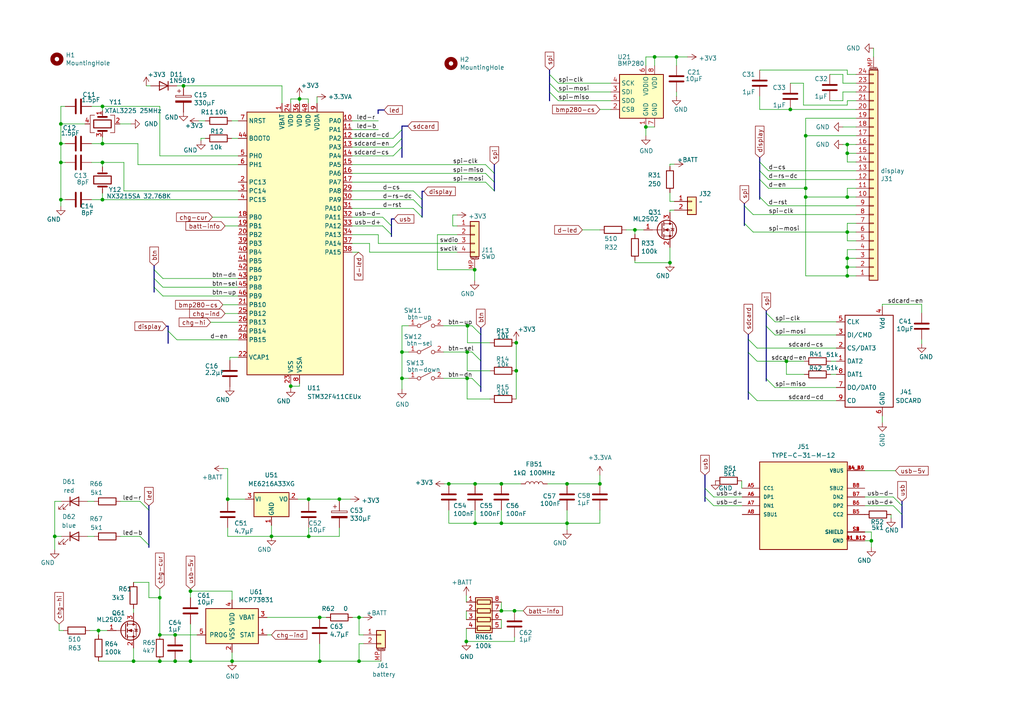
<source format=kicad_sch>
(kicad_sch (version 20230121) (generator eeschema)
  (paper "A4")
  (junction (at 252.73 156.845))
  (junction (at 50.8 184.15))
  (junction (at 46.355 184.15))
  (junction (at 89.535 144.78))
  (junction (at 245.745 44.45))
  (junction (at 98.425 144.78))
  (junction (at 187.325 36.83))
  (junction (at 145.415 140.335))
  (junction (at 53.213 24.892))
  (junction (at 29.718 57.912))
  (junction (at 135.5852 94.488))
  (junction (at 15.875 155.575))
  (junction (at 229.235 31.75))
  (junction (at 137.795 151.765))
  (junction (at 104.14 191.77))
  (junction (at 55.245 171.45))
  (junction (at 149.733 99.4156))
  (junction (at 137.668 78.232))
  (junction (at 17.653 41.656))
  (junction (at 84.328 112.014))
  (junction (at 130.175 140.335))
  (junction (at 135.4836 109.728))
  (junction (at 245.745 74.93))
  (junction (at 173.99 140.335))
  (junction (at 137.795 140.335))
  (junction (at 38.735 191.77))
  (junction (at 86.868 28.702))
  (junction (at 104.14 179.07))
  (junction (at 17.653 57.912))
  (junction (at 245.745 57.15))
  (junction (at 29.718 47.117))
  (junction (at 233.68 39.37))
  (junction (at 196.215 16.51))
  (junction (at 66.04 144.78))
  (junction (at 194.31 76.2))
  (junction (at 228.092 104.775))
  (junction (at 245.745 77.47))
  (junction (at 149.733 107.5436))
  (junction (at 245.745 67.31))
  (junction (at 135.255 186.055))
  (junction (at 92.71 191.77))
  (junction (at 245.745 80.01))
  (junction (at 149.225 177.165))
  (junction (at 46.355 173.355))
  (junction (at 17.653 35.941))
  (junction (at 164.465 151.765))
  (junction (at 78.74 155.575))
  (junction (at 145.415 177.165))
  (junction (at 29.718 41.656))
  (junction (at 116.586 109.728))
  (junction (at 245.745 41.91))
  (junction (at 116.586 102.108))
  (junction (at 145.415 151.765))
  (junction (at 233.68 57.15))
  (junction (at 55.245 191.77))
  (junction (at 92.71 179.07))
  (junction (at 29.718 30.861))
  (junction (at 67.31 191.77))
  (junction (at 46.355 191.77))
  (junction (at 189.865 16.51))
  (junction (at 50.8 191.77))
  (junction (at 164.465 140.335))
  (junction (at 89.535 155.575))
  (junction (at 184.15 66.675))
  (junction (at 28.575 182.88))
  (junction (at 233.68 54.61))
  (junction (at 135.509 102.108))
  (junction (at 17.653 47.117))
  (bus_entry (at 222.25 109.855) (size 2.54 2.54))
  (bus_entry (at 136.906 102.108) (size 2.54 2.54))
  (bus_entry (at 220.345 46.99) (size 2.54 2.54))
  (bus_entry (at 40.64 145.415) (size 2.54 2.54))
  (bus_entry (at 116.586 37.592) (size -2.54 2.54))
  (bus_entry (at 217.043 102.235) (size 2.54 2.54))
  (bus_entry (at 159.385 26.67) (size 2.54 2.54))
  (bus_entry (at 222.25 94.615) (size 2.54 2.54))
  (bus_entry (at 116.586 40.132) (size -2.54 2.54))
  (bus_entry (at 44.704 78.232) (size 2.54 2.54))
  (bus_entry (at 159.385 21.59) (size 2.54 2.54))
  (bus_entry (at 222.25 90.805) (size 2.54 2.54))
  (bus_entry (at 119.888 57.912) (size 2.54 2.54))
  (bus_entry (at 220.345 49.53) (size 2.54 2.54))
  (bus_entry (at 110.998 62.992) (size 2.54 2.54))
  (bus_entry (at 215.9 59.69) (size 2.54 2.54))
  (bus_entry (at 40.64 155.575) (size 2.54 2.54))
  (bus_entry (at 140.843 50.292) (size 2.54 2.54))
  (bus_entry (at 204.47 144.145) (size 2.54 2.54))
  (bus_entry (at 136.906 94.488) (size 2.54 2.54))
  (bus_entry (at 44.704 83.312) (size 2.54 2.54))
  (bus_entry (at 204.47 141.605) (size 2.54 2.54))
  (bus_entry (at 48.768 96.012) (size 2.54 2.54))
  (bus_entry (at 110.998 65.532) (size 2.54 2.54))
  (bus_entry (at 140.843 47.752) (size 2.54 2.54))
  (bus_entry (at 217.043 113.665) (size 2.54 2.54))
  (bus_entry (at 220.345 57.15) (size 2.54 2.54))
  (bus_entry (at 217.043 98.425) (size 2.54 2.54))
  (bus_entry (at 215.9 64.77) (size 2.54 2.54))
  (bus_entry (at 116.586 42.672) (size -2.54 2.54))
  (bus_entry (at 119.888 55.372) (size 2.54 2.54))
  (bus_entry (at 159.385 24.13) (size 2.54 2.54))
  (bus_entry (at 259.08 146.685) (size 2.54 2.54))
  (bus_entry (at 259.08 144.145) (size 2.54 2.54))
  (bus_entry (at 44.704 80.772) (size 2.54 2.54))
  (bus_entry (at 220.345 52.07) (size 2.54 2.54))
  (bus_entry (at 140.843 52.832) (size 2.54 2.54))
  (bus_entry (at 136.906 109.728) (size 2.54 2.54))
  (bus_entry (at 119.888 60.452) (size 2.54 2.54))
  (wire (pts (xy 26.543 30.861) (xy 29.718 30.861)))
  (wire (pts (xy 34.925 155.575) (xy 40.64 155.575)))
  (wire (pts (xy 102.108 57.912) (xy 119.888 57.912)))
  (wire (pts (xy 245.745 74.93) (xy 248.285 74.93)))
  (wire (pts (xy 86.868 28.702) (xy 89.408 28.702)))
  (wire (pts (xy 135.255 177.165) (xy 135.255 179.705)))
  (bus (pts (xy 109.6772 31.9024) (xy 111.4044 31.9024)))
  (wire (pts (xy 29.718 47.117) (xy 35.941 47.117)))
  (wire (pts (xy 17.653 47.117) (xy 18.923 47.117)))
  (wire (pts (xy 29.718 56.007) (xy 29.718 57.912)))
  (bus (pts (xy 159.385 20.32) (xy 159.385 21.59)))
  (wire (pts (xy 244.475 41.91) (xy 245.745 41.91)))
  (wire (pts (xy 194.31 55.88) (xy 194.31 58.42)))
  (wire (pts (xy 29.718 30.861) (xy 46.355 30.861)))
  (wire (pts (xy 253.365 13.97) (xy 253.365 16.51)))
  (wire (pts (xy 84.328 28.702) (xy 84.328 29.972)))
  (wire (pts (xy 65.278 90.932) (xy 69.088 90.932)))
  (wire (pts (xy 104.14 191.77) (xy 104.14 186.69)))
  (wire (pts (xy 46.355 45.212) (xy 69.088 45.212)))
  (wire (pts (xy 66.675 104.521) (xy 66.675 103.632)))
  (wire (pts (xy 189.865 19.05) (xy 189.865 16.51)))
  (wire (pts (xy 67.183 40.132) (xy 69.088 40.132)))
  (wire (pts (xy 28.575 191.77) (xy 38.735 191.77)))
  (wire (pts (xy 173.99 137.795) (xy 173.99 140.335)))
  (wire (pts (xy 135.5852 94.488) (xy 136.906 94.488)))
  (wire (pts (xy 64.643 88.392) (xy 69.088 88.392)))
  (bus (pts (xy 143.383 52.832) (xy 143.383 55.372)))
  (wire (pts (xy 145.415 177.165) (xy 149.225 177.165)))
  (bus (pts (xy 122.428 62.992) (xy 122.428 60.452)))
  (wire (pts (xy 116.586 94.488) (xy 116.586 102.108)))
  (wire (pts (xy 142.113 107.5436) (xy 135.509 107.5436)))
  (wire (pts (xy 195.58 60.96) (xy 194.31 60.96)))
  (wire (pts (xy 233.68 39.37) (xy 248.285 39.37)))
  (wire (pts (xy 248.285 31.75) (xy 229.235 31.75)))
  (wire (pts (xy 66.04 155.575) (xy 78.74 155.575)))
  (wire (pts (xy 17.653 57.912) (xy 18.923 57.912)))
  (wire (pts (xy 15.875 145.415) (xy 17.78 145.415)))
  (wire (pts (xy 102.108 70.612) (xy 107.188 70.612)))
  (wire (pts (xy 220.345 20.32) (xy 245.745 20.32)))
  (wire (pts (xy 92.71 191.77) (xy 104.14 191.77)))
  (wire (pts (xy 196.215 16.51) (xy 199.39 16.51)))
  (wire (pts (xy 102.108 68.072) (xy 109.728 68.072)))
  (bus (pts (xy 220.345 52.07) (xy 220.345 57.15)))
  (wire (pts (xy 77.47 184.15) (xy 78.74 184.15)))
  (wire (pts (xy 35.941 55.372) (xy 69.088 55.372)))
  (bus (pts (xy 222.25 109.855) (xy 222.25 110.49)))
  (wire (pts (xy 46.355 184.15) (xy 50.8 184.15)))
  (bus (pts (xy 159.385 24.13) (xy 159.385 26.67)))
  (wire (pts (xy 164.465 147.955) (xy 164.465 151.765)))
  (wire (pts (xy 109.728 68.072) (xy 109.728 70.612)))
  (wire (pts (xy 158.75 140.335) (xy 164.465 140.335)))
  (wire (pts (xy 245.745 54.61) (xy 245.745 57.15)))
  (wire (pts (xy 29.718 39.751) (xy 29.718 41.656)))
  (wire (pts (xy 240.919 108.585) (xy 242.57 108.585)))
  (wire (pts (xy 219.583 104.775) (xy 228.092 104.775)))
  (wire (pts (xy 102.108 42.672) (xy 114.046 42.672)))
  (bus (pts (xy 222.25 90.805) (xy 222.25 94.615)))
  (wire (pts (xy 102.108 50.292) (xy 140.843 50.292)))
  (wire (pts (xy 250.825 136.525) (xy 259.715 136.525)))
  (wire (pts (xy 149.733 99.4156) (xy 149.733 107.5436)))
  (wire (pts (xy 25.4 145.415) (xy 27.305 145.415)))
  (wire (pts (xy 219.583 116.205) (xy 242.57 116.205)))
  (bus (pts (xy 204.47 144.145) (xy 204.47 145.415)))
  (wire (pts (xy 15.875 155.575) (xy 17.78 155.575)))
  (wire (pts (xy 215.138 141.605) (xy 215.265 141.605)))
  (wire (pts (xy 53.213 24.892) (xy 81.788 24.892)))
  (wire (pts (xy 245.745 44.45) (xy 245.745 46.99)))
  (wire (pts (xy 149.225 186.055) (xy 149.225 184.785)))
  (wire (pts (xy 145.415 140.335) (xy 151.13 140.335)))
  (wire (pts (xy 245.745 20.32) (xy 245.745 21.59)))
  (wire (pts (xy 107.188 70.612) (xy 107.188 73.152)))
  (wire (pts (xy 240.665 21.59) (xy 244.475 21.59)))
  (bus (pts (xy 44.704 83.312) (xy 44.704 84.709)))
  (wire (pts (xy 17.653 35.941) (xy 17.653 41.656)))
  (wire (pts (xy 92.71 186.69) (xy 92.71 191.77)))
  (wire (pts (xy 250.825 144.145) (xy 259.08 144.145)))
  (wire (pts (xy 126.873 68.072) (xy 132.588 68.072)))
  (wire (pts (xy 84.328 111.252) (xy 84.328 112.014)))
  (wire (pts (xy 102.108 62.992) (xy 110.998 62.992)))
  (bus (pts (xy 217.043 113.665) (xy 217.043 115.824)))
  (wire (pts (xy 248.285 49.53) (xy 222.885 49.53)))
  (wire (pts (xy 248.285 44.45) (xy 245.745 44.45)))
  (bus (pts (xy 48.768 96.012) (xy 48.768 94.615)))
  (wire (pts (xy 131.318 62.357) (xy 131.318 65.532)))
  (wire (pts (xy 240.665 29.21) (xy 244.475 29.21)))
  (wire (pts (xy 187.325 19.05) (xy 187.325 16.51)))
  (wire (pts (xy 58.293 40.132) (xy 58.293 40.767)))
  (wire (pts (xy 26.035 182.88) (xy 28.575 182.88)))
  (wire (pts (xy 233.68 80.01) (xy 245.745 80.01)))
  (bus (pts (xy 122.428 60.452) (xy 122.428 57.912)))
  (wire (pts (xy 69.088 47.752) (xy 40.005 47.752)))
  (wire (pts (xy 145.415 147.955) (xy 145.415 151.765)))
  (wire (pts (xy 84.328 112.014) (xy 86.868 112.014)))
  (wire (pts (xy 248.285 59.69) (xy 222.885 59.69)))
  (wire (pts (xy 245.745 21.59) (xy 248.285 21.59)))
  (bus (pts (xy 217.043 98.425) (xy 217.043 102.235)))
  (wire (pts (xy 173.99 147.955) (xy 173.99 151.765)))
  (wire (pts (xy 135.255 182.245) (xy 135.255 186.055)))
  (bus (pts (xy 220.345 45.72) (xy 220.345 46.99)))
  (wire (pts (xy 245.745 67.31) (xy 245.745 64.77)))
  (wire (pts (xy 89.408 28.702) (xy 89.408 29.972)))
  (wire (pts (xy 104.14 179.07) (xy 105.41 179.07)))
  (wire (pts (xy 245.745 46.99) (xy 248.285 46.99)))
  (wire (pts (xy 137.795 147.955) (xy 137.795 151.765)))
  (wire (pts (xy 130.175 140.335) (xy 137.795 140.335)))
  (wire (pts (xy 194.31 47.625) (xy 195.58 47.625)))
  (wire (pts (xy 184.15 66.675) (xy 184.15 67.945)))
  (bus (pts (xy 217.043 102.235) (xy 217.043 113.665)))
  (wire (pts (xy 224.79 112.395) (xy 242.57 112.395)))
  (wire (pts (xy 161.925 26.67) (xy 177.165 26.67)))
  (wire (pts (xy 102.108 60.452) (xy 119.888 60.452)))
  (bus (pts (xy 204.47 137.795) (xy 204.47 141.605)))
  (bus (pts (xy 143.383 47.752) (xy 143.383 50.292)))
  (wire (pts (xy 196.215 16.51) (xy 196.215 19.05)))
  (wire (pts (xy 218.44 67.31) (xy 245.745 67.31)))
  (wire (pts (xy 189.865 16.51) (xy 196.215 16.51)))
  (wire (pts (xy 77.47 179.07) (xy 92.71 179.07)))
  (wire (pts (xy 17.653 30.861) (xy 17.653 35.941)))
  (bus (pts (xy 48.768 94.615) (xy 48.26 94.615)))
  (wire (pts (xy 47.244 83.312) (xy 69.088 83.312)))
  (wire (pts (xy 137.795 140.335) (xy 145.415 140.335)))
  (wire (pts (xy 135.509 102.108) (xy 136.906 102.108)))
  (wire (pts (xy 222.885 52.07) (xy 248.285 52.07)))
  (wire (pts (xy 228.092 108.585) (xy 228.092 104.775)))
  (wire (pts (xy 189.865 36.83) (xy 187.325 36.83)))
  (wire (pts (xy 161.925 29.21) (xy 177.165 29.21)))
  (bus (pts (xy 261.62 146.685) (xy 261.62 149.225)))
  (wire (pts (xy 194.31 60.96) (xy 194.31 61.595)))
  (wire (pts (xy 233.045 24.13) (xy 233.045 30.48)))
  (wire (pts (xy 17.653 41.656) (xy 17.653 47.117)))
  (wire (pts (xy 15.875 155.575) (xy 15.875 145.415)))
  (bus (pts (xy 116.586 36.576) (xy 116.586 37.592)))
  (wire (pts (xy 89.535 144.78) (xy 98.425 144.78)))
  (bus (pts (xy 116.586 40.132) (xy 116.586 42.672)))
  (wire (pts (xy 233.68 34.29) (xy 248.285 34.29)))
  (wire (pts (xy 86.868 28.067) (xy 86.868 28.702)))
  (wire (pts (xy 142.113 115.7224) (xy 135.4836 115.7224)))
  (wire (pts (xy 233.68 34.29) (xy 233.68 39.37)))
  (wire (pts (xy 116.586 109.728) (xy 116.586 112.903)))
  (wire (pts (xy 161.925 24.13) (xy 177.165 24.13)))
  (wire (pts (xy 42.418 24.892) (xy 43.688 24.892)))
  (wire (pts (xy 38.735 168.91) (xy 43.18 168.91)))
  (wire (pts (xy 34.798 35.941) (xy 37.973 35.941)))
  (wire (pts (xy 130.175 147.955) (xy 130.175 151.765)))
  (wire (pts (xy 184.15 76.2) (xy 184.15 75.565)))
  (bus (pts (xy 122.428 57.912) (xy 122.428 55.499)))
  (wire (pts (xy 67.31 191.77) (xy 67.31 189.23)))
  (wire (pts (xy 245.745 72.39) (xy 248.285 72.39)))
  (wire (pts (xy 66.04 144.78) (xy 71.12 144.78)))
  (wire (pts (xy 26.543 47.117) (xy 29.718 47.117)))
  (wire (pts (xy 107.188 73.152) (xy 132.588 73.152)))
  (wire (pts (xy 55.245 171.45) (xy 55.245 173.355)))
  (bus (pts (xy 143.383 50.292) (xy 143.383 52.832)))
  (wire (pts (xy 102.108 55.372) (xy 119.888 55.372)))
  (bus (pts (xy 113.538 68.072) (xy 113.538 65.532)))
  (wire (pts (xy 29.718 41.656) (xy 26.543 41.656)))
  (wire (pts (xy 149.733 98.7806) (xy 149.733 99.4156)))
  (wire (pts (xy 61.595 62.992) (xy 69.088 62.992)))
  (bus (pts (xy 159.385 21.59) (xy 159.385 24.13)))
  (wire (pts (xy 29.718 57.912) (xy 26.543 57.912)))
  (bus (pts (xy 44.704 80.772) (xy 44.704 83.312)))
  (wire (pts (xy 86.868 112.014) (xy 86.868 111.252)))
  (wire (pts (xy 104.14 186.69) (xy 105.41 186.69)))
  (wire (pts (xy 102.108 47.752) (xy 140.843 47.752)))
  (wire (pts (xy 89.535 144.78) (xy 89.535 145.415)))
  (bus (pts (xy 116.586 36.576) (xy 118.3132 36.576)))
  (wire (pts (xy 233.045 30.48) (xy 245.745 30.48)))
  (wire (pts (xy 194.31 47.625) (xy 194.31 48.26)))
  (wire (pts (xy 55.245 180.975) (xy 55.245 191.77)))
  (wire (pts (xy 207.01 144.145) (xy 215.265 144.145)))
  (wire (pts (xy 137.668 78.232) (xy 137.668 81.407)))
  (bus (pts (xy 139.446 95.123) (xy 139.446 97.028)))
  (wire (pts (xy 84.328 28.702) (xy 86.868 28.702)))
  (wire (pts (xy 116.586 102.108) (xy 118.491 102.108)))
  (wire (pts (xy 196.215 26.67) (xy 196.215 27.94)))
  (wire (pts (xy 194.31 76.2) (xy 184.15 76.2)))
  (wire (pts (xy 92.71 191.77) (xy 67.31 191.77)))
  (wire (pts (xy 244.475 26.67) (xy 248.285 26.67)))
  (wire (pts (xy 78.74 152.4) (xy 78.74 155.575)))
  (wire (pts (xy 46.355 170.815) (xy 46.355 173.355)))
  (wire (pts (xy 86.868 28.702) (xy 86.868 29.972)))
  (wire (pts (xy 51.308 24.892) (xy 53.213 24.892)))
  (bus (pts (xy 116.586 37.592) (xy 116.586 40.132)))
  (wire (pts (xy 105.41 184.15) (xy 104.14 184.15)))
  (wire (pts (xy 255.905 120.65) (xy 255.905 122.555)))
  (wire (pts (xy 78.74 155.575) (xy 89.535 155.575)))
  (bus (pts (xy 220.345 57.15) (xy 220.345 57.785)))
  (wire (pts (xy 38.735 187.96) (xy 38.735 191.77)))
  (wire (pts (xy 38.735 176.53) (xy 38.735 177.8)))
  (wire (pts (xy 228.092 104.775) (xy 233.299 104.775)))
  (wire (pts (xy 102.108 40.132) (xy 114.046 40.132)))
  (bus (pts (xy 116.586 42.672) (xy 116.586 45.6438)))
  (wire (pts (xy 135.255 172.72) (xy 135.255 174.625)))
  (wire (pts (xy 51.308 98.552) (xy 69.088 98.552)))
  (wire (pts (xy 255.905 88.9) (xy 255.905 88.265)))
  (bus (pts (xy 139.446 97.028) (xy 139.446 104.648)))
  (wire (pts (xy 173.99 31.75) (xy 177.165 31.75)))
  (wire (pts (xy 47.244 80.772) (xy 69.088 80.772)))
  (wire (pts (xy 102.108 37.592) (xy 109.728 37.592)))
  (wire (pts (xy 35.941 47.117) (xy 35.941 55.372)))
  (bus (pts (xy 122.428 55.499) (xy 122.936 55.499)))
  (wire (pts (xy 267.335 90.805) (xy 267.335 88.265)))
  (wire (pts (xy 18.923 30.861) (xy 17.653 30.861)))
  (wire (pts (xy 81.788 24.892) (xy 81.788 29.972)))
  (wire (pts (xy 187.325 16.51) (xy 189.865 16.51)))
  (wire (pts (xy 245.745 29.21) (xy 248.285 29.21)))
  (wire (pts (xy 245.745 41.91) (xy 245.745 44.45)))
  (wire (pts (xy 43.18 173.355) (xy 46.355 173.355)))
  (wire (pts (xy 126.873 68.072) (xy 126.873 78.232)))
  (wire (pts (xy 25.4 155.575) (xy 27.305 155.575)))
  (wire (pts (xy 145.415 151.765) (xy 164.465 151.765)))
  (wire (pts (xy 66.04 153.035) (xy 66.04 155.575)))
  (bus (pts (xy 113.538 68.58) (xy 113.538 68.072)))
  (wire (pts (xy 245.745 54.61) (xy 248.285 54.61)))
  (bus (pts (xy 43.18 147.955) (xy 43.18 158.115)))
  (wire (pts (xy 245.745 72.39) (xy 245.745 74.93)))
  (wire (pts (xy 102.108 73.152) (xy 104.013 73.152)))
  (bus (pts (xy 215.9 64.77) (xy 215.9 65.405)))
  (bus (pts (xy 220.345 49.53) (xy 220.345 52.07)))
  (wire (pts (xy 89.535 155.575) (xy 89.535 153.035)))
  (wire (pts (xy 104.14 184.15) (xy 104.14 179.07)))
  (wire (pts (xy 252.73 156.845) (xy 252.73 158.75)))
  (wire (pts (xy 248.285 69.85) (xy 245.745 69.85)))
  (wire (pts (xy 222.885 54.61) (xy 233.68 54.61)))
  (wire (pts (xy 187.325 39.37) (xy 187.325 36.83)))
  (wire (pts (xy 59.563 40.132) (xy 58.293 40.132)))
  (wire (pts (xy 29.718 47.117) (xy 29.718 48.387)))
  (wire (pts (xy 245.745 77.47) (xy 245.745 80.01)))
  (wire (pts (xy 109.728 70.612) (xy 132.588 70.612)))
  (wire (pts (xy 252.73 154.305) (xy 252.73 156.845)))
  (wire (pts (xy 116.586 109.728) (xy 118.491 109.728)))
  (bus (pts (xy 204.47 141.605) (xy 204.47 144.145)))
  (bus (pts (xy 220.345 46.99) (xy 220.345 49.53)))
  (wire (pts (xy 164.465 151.765) (xy 164.465 153.67)))
  (bus (pts (xy 217.043 97.028) (xy 217.043 98.425)))
  (wire (pts (xy 17.653 59.817) (xy 17.653 57.912)))
  (wire (pts (xy 17.653 35.941) (xy 24.638 35.941)))
  (wire (pts (xy 224.79 93.345) (xy 242.57 93.345)))
  (bus (pts (xy 139.446 104.648) (xy 139.446 112.268)))
  (wire (pts (xy 164.465 151.765) (xy 173.99 151.765)))
  (wire (pts (xy 233.68 57.15) (xy 245.745 57.15)))
  (bus (pts (xy 261.62 149.225) (xy 261.62 153.035)))
  (wire (pts (xy 244.475 29.21) (xy 244.475 26.67)))
  (wire (pts (xy 92.71 179.07) (xy 94.615 179.07)))
  (bus (pts (xy 113.538 63.5) (xy 114.3 63.5)))
  (wire (pts (xy 220.345 31.75) (xy 220.345 27.94)))
  (wire (pts (xy 17.145 182.88) (xy 17.145 180.975)))
  (wire (pts (xy 145.415 174.625) (xy 145.415 177.165)))
  (wire (pts (xy 50.8 184.15) (xy 57.15 184.15)))
  (wire (pts (xy 245.745 64.77) (xy 248.285 64.77)))
  (wire (pts (xy 128.905 140.335) (xy 130.175 140.335)))
  (wire (pts (xy 46.355 191.77) (xy 50.8 191.77)))
  (wire (pts (xy 258.445 149.225) (xy 258.445 150.241)))
  (wire (pts (xy 245.745 30.48) (xy 245.745 29.21)))
  (wire (pts (xy 233.299 108.585) (xy 228.092 108.585)))
  (bus (pts (xy 261.62 145.415) (xy 261.62 146.685)))
  (bus (pts (xy 43.18 146.685) (xy 43.18 147.955)))
  (wire (pts (xy 132.588 62.357) (xy 131.318 62.357)))
  (wire (pts (xy 244.475 21.59) (xy 244.475 24.13)))
  (wire (pts (xy 224.79 97.155) (xy 242.57 97.155)))
  (wire (pts (xy 245.745 57.15) (xy 248.285 57.15)))
  (wire (pts (xy 181.61 66.675) (xy 184.15 66.675)))
  (wire (pts (xy 135.255 186.055) (xy 149.225 186.055)))
  (wire (pts (xy 248.285 67.31) (xy 245.745 67.31)))
  (wire (pts (xy 149.225 177.165) (xy 151.765 177.165)))
  (wire (pts (xy 28.575 182.88) (xy 31.115 182.88)))
  (wire (pts (xy 18.415 182.88) (xy 17.145 182.88)))
  (wire (pts (xy 137.795 151.765) (xy 145.415 151.765)))
  (wire (pts (xy 219.583 100.965) (xy 242.57 100.965)))
  (bus (pts (xy 139.446 112.268) (xy 139.446 113.538)))
  (wire (pts (xy 135.5852 99.4156) (xy 135.5852 94.488)))
  (wire (pts (xy 128.651 102.108) (xy 135.509 102.108)))
  (bus (pts (xy 222.25 94.615) (xy 222.25 109.855)))
  (wire (pts (xy 164.465 140.335) (xy 173.99 140.335)))
  (wire (pts (xy 86.36 144.78) (xy 89.535 144.78)))
  (wire (pts (xy 98.425 144.78) (xy 101.6 144.78)))
  (wire (pts (xy 55.245 191.77) (xy 67.31 191.77)))
  (wire (pts (xy 194.31 58.42) (xy 195.58 58.42)))
  (wire (pts (xy 29.718 30.861) (xy 29.718 32.131)))
  (wire (pts (xy 98.425 144.78) (xy 98.425 145.415)))
  (wire (pts (xy 89.535 155.575) (xy 98.425 155.575)))
  (wire (pts (xy 102.235 179.07) (xy 104.14 179.07)))
  (wire (pts (xy 250.825 154.305) (xy 252.73 154.305)))
  (wire (pts (xy 17.653 41.656) (xy 18.923 41.656)))
  (wire (pts (xy 245.745 69.85) (xy 245.745 67.31)))
  (wire (pts (xy 248.285 77.47) (xy 245.745 77.47)))
  (wire (pts (xy 245.745 80.01) (xy 248.285 80.01)))
  (wire (pts (xy 131.318 65.532) (xy 132.588 65.532)))
  (wire (pts (xy 229.235 24.13) (xy 233.045 24.13)))
  (wire (pts (xy 135.4836 109.728) (xy 136.906 109.728)))
  (wire (pts (xy 184.15 66.675) (xy 186.69 66.675)))
  (wire (pts (xy 168.91 66.675) (xy 173.99 66.675)))
  (wire (pts (xy 55.245 171.45) (xy 67.31 171.45)))
  (bus (pts (xy 44.704 77.089) (xy 44.704 78.232)))
  (wire (pts (xy 118.491 94.488) (xy 116.586 94.488)))
  (wire (pts (xy 17.653 57.912) (xy 17.653 47.117)))
  (wire (pts (xy 55.245 170.815) (xy 55.245 171.45)))
  (wire (pts (xy 245.745 41.91) (xy 248.285 41.91)))
  (wire (pts (xy 250.825 156.845) (xy 252.73 156.845)))
  (wire (pts (xy 64.77 135.89) (xy 66.04 135.89)))
  (wire (pts (xy 135.4836 115.7224) (xy 135.4836 109.728)))
  (wire (pts (xy 207.01 146.685) (xy 215.265 146.685)))
  (wire (pts (xy 84.328 112.014) (xy 84.328 112.522)))
  (bus (pts (xy 222.25 90.17) (xy 222.25 90.805)))
  (bus (pts (xy 44.704 78.232) (xy 44.704 80.772)))
  (wire (pts (xy 255.905 88.265) (xy 267.335 88.265)))
  (bus (pts (xy 215.9 59.69) (xy 215.9 64.77)))
  (wire (pts (xy 28.575 182.88) (xy 28.575 184.15)))
  (wire (pts (xy 66.04 144.78) (xy 66.04 145.415)))
  (wire (pts (xy 40.005 47.752) (xy 40.005 41.656)))
  (wire (pts (xy 128.651 109.728) (xy 135.4836 109.728)))
  (wire (pts (xy 104.14 191.77) (xy 110.49 191.77)))
  (wire (pts (xy 135.509 102.108) (xy 135.509 107.5436)))
  (wire (pts (xy 102.108 52.832) (xy 140.843 52.832)))
  (wire (pts (xy 267.335 98.425) (xy 267.335 99.695)))
  (wire (pts (xy 46.355 173.355) (xy 46.355 184.15)))
  (bus (pts (xy 215.9 59.055) (xy 215.9 59.69)))
  (wire (pts (xy 244.475 24.13) (xy 248.285 24.13)))
  (wire (pts (xy 233.68 39.37) (xy 233.68 54.61)))
  (wire (pts (xy 130.175 151.765) (xy 137.795 151.765)))
  (wire (pts (xy 194.31 71.755) (xy 194.31 76.2)))
  (wire (pts (xy 40.005 41.656) (xy 29.718 41.656)))
  (wire (pts (xy 128.651 94.488) (xy 135.5852 94.488)))
  (wire (pts (xy 102.108 35.052) (xy 109.728 35.052)))
  (wire (pts (xy 38.735 191.77) (xy 46.355 191.77)))
  (wire (pts (xy 229.235 31.75) (xy 220.345 31.75)))
  (wire (pts (xy 29.718 57.912) (xy 69.088 57.912)))
  (wire (pts (xy 91.948 28.067) (xy 91.948 29.972)))
  (wire (pts (xy 66.04 135.89) (xy 66.04 144.78)))
  (wire (pts (xy 34.925 145.415) (xy 40.64 145.415)))
  (wire (pts (xy 15.875 159.385) (xy 15.875 155.575)))
  (wire (pts (xy 116.586 102.108) (xy 116.586 109.728)))
  (bus (pts (xy 43.18 158.115) (xy 43.18 158.75)))
  (wire (pts (xy 43.18 168.91) (xy 43.18 173.355)))
  (wire (pts (xy 61.087 93.472) (xy 69.088 93.472)))
  (wire (pts (xy 57.658 35.052) (xy 59.563 35.052)))
  (wire (pts (xy 149.733 107.5436) (xy 149.733 115.7224)))
  (wire (pts (xy 66.675 103.632) (xy 69.088 103.632)))
  (wire (pts (xy 218.44 62.23) (xy 248.285 62.23)))
  (wire (pts (xy 102.108 45.212) (xy 114.046 45.212)))
  (wire (pts (xy 244.475 36.83) (xy 248.285 36.83)))
  (wire (pts (xy 67.31 171.45) (xy 67.31 173.99)))
  (wire (pts (xy 233.68 57.15) (xy 233.68 80.01)))
  (bus (pts (xy 109.6772 31.9024) (xy 109.6772 32.9184)))
  (bus (pts (xy 159.385 26.67) (xy 159.385 29.21)))
  (wire (pts (xy 135.5852 99.4156) (xy 142.113 99.4156)))
  (wire (pts (xy 102.108 65.532) (xy 110.998 65.532)))
  (wire (pts (xy 50.8 191.77) (xy 55.245 191.77)))
  (bus (pts (xy 48.768 96.012) (xy 48.768 99.568)))
  (bus (pts (xy 113.538 65.532) (xy 113.538 63.5)))
  (wire (pts (xy 240.919 104.775) (xy 242.57 104.775)))
  (wire (pts (xy 245.745 74.93) (xy 245.745 77.47)))
  (wire (pts (xy 46.355 30.861) (xy 46.355 45.212)))
  (wire (pts (xy 126.873 78.232) (xy 137.668 78.232)))
  (wire (pts (xy 215.138 139.446) (xy 215.138 141.605)))
  (wire (pts (xy 98.425 155.575) (xy 98.425 153.035)))
  (wire (pts (xy 67.183 35.052) (xy 69.088 35.052)))
  (wire (pts (xy 145.415 179.705) (xy 145.415 182.245)))
  (wire (pts (xy 47.244 85.852) (xy 69.088 85.852)))
  (wire (pts (xy 65.278 65.532) (xy 69.088 65.532)))
  (wire (pts (xy 233.68 54.61) (xy 233.68 57.15)))
  (wire (pts (xy 250.825 146.685) (xy 259.08 146.685)))
  (label "swdio" (at 127.508 70.612 0))
  (label "btn-sel" (at 129.921 102.108 0))
  (label "usb-d+" (at 207.645 144.145 0))
  (label "sdcard-cd" (at 228.6 116.205 0))
  (label "spi-clk" (at 161.925 24.13 0))
  (label "led-b" (at 35.56 155.575 0))
  (label "usb-d+" (at 251.46 146.685 0))
  (label "spi-clk" (at 224.79 93.345 0))
  (label "d-cs" (at 222.885 49.53 0))
  (label "sdcard-en" (at 102.616 42.672 0))
  (label "sdcard-en" (at 257.429 88.265 0))
  (label "d-rs-dc" (at 110.998 57.912 0))
  (label "btn-dn" (at 129.921 109.728 0))
  (label "spi-mosi" (at 222.885 67.31 0))
  (label "sdcard-cd" (at 102.616 40.132 0))
  (label "led-r" (at 103.378 35.052 0))
  (label "spi-miso" (at 224.79 112.395 0))
  (label "d-rst" (at 222.885 59.69 0))
  (label "usb-d-" (at 251.46 144.145 0))
  (label "spi-mosi" (at 224.79 97.155 0))
  (label "spi-mosi" (at 131.318 52.832 0))
  (label "btn-dn" (at 61.4426 80.772 0))
  (label "led-b" (at 103.378 37.592 0))
  (label "spi-clk" (at 222.885 62.23 0))
  (label "d-rs-dc" (at 222.885 52.07 0))
  (label "usb-d-" (at 102.743 62.992 0))
  (label "usb-d+" (at 102.743 65.532 0))
  (label "sdcard-en" (at 223.647 104.775 0))
  (label "spi-mosi" (at 161.925 26.67 0))
  (label "sdcard-cs" (at 102.616 45.212 0))
  (label "spi-clk" (at 131.318 47.752 0))
  (label "swclk" (at 127.508 73.152 0))
  (label "d-en" (at 60.96 98.552 0))
  (label "usb-d-" (at 207.645 146.685 0))
  (label "btn-up" (at 129.921 94.488 0))
  (label "btn-sel" (at 61.4426 83.312 0))
  (label "sdcard-cs" (at 228.6 100.965 0))
  (label "d-cs" (at 110.998 55.372 0))
  (label "d-rst" (at 110.998 60.452 0))
  (label "led-r" (at 35.56 145.415 0))
  (label "d-en" (at 222.885 54.61 0))
  (label "spi-miso" (at 161.925 29.21 0))
  (label "spi-miso" (at 131.318 50.292 0))
  (label "btn-up" (at 61.4426 85.852 0))
  (global_label "usb" (shape input) (at 261.62 145.415 90) (property "Intersheetrefs" "${INTERSHEET_REFS}" (effects hide)))
  (global_label "d-led" (shape input) (at 104.013 73.152 270) (property "Intersheetrefs" "${INTERSHEET_REFS}" (effects hide)))
  (global_label "chg-ind" (shape input) (at 78.74 184.15 0) (property "Intersheetrefs" "${INTERSHEET_REFS}" (effects hide)))
  (global_label "btn" (shape input) (at 139.446 95.123 90) (property "Intersheetrefs" "${INTERSHEET_REFS}" (effects hide)))
  (global_label "batt-info" (shape input) (at 151.765 177.165 0) (property "Intersheetrefs" "${INTERSHEET_REFS}" (effects hide)))
  (global_label "bmp280-cs" (shape input) (at 173.99 31.75 180) (property "Intersheetrefs" "${INTERSHEET_REFS}" (effects hide)))
  (global_label "d-led" (shape input) (at 168.91 66.675 180) (property "Intersheetrefs" "${INTERSHEET_REFS}" (effects hide)))
  (global_label "spi" (shape input) (at 143.383 47.752 90) (property "Intersheetrefs" "${INTERSHEET_REFS}" (effects hide)))
  (global_label "btn" (shape input) (at 44.704 77.089 90) (property "Intersheetrefs" "${INTERSHEET_REFS}" (effects hide)))
  (global_label "usb-5v" (shape input) (at 259.715 136.525 0) (property "Intersheetrefs" "${INTERSHEET_REFS}" (effects hide)))
  (global_label "led" (shape input) (at 111.379 31.9024 0) (property "Intersheetrefs" "${INTERSHEET_REFS}" (effects hide)))
  (global_label "chg-cur" (shape input) (at 46.355 170.815 90) (property "Intersheetrefs" "${INTERSHEET_REFS}" (effects hide)))
  (global_label "bmp280-cs" (shape input) (at 64.643 88.392 180) (property "Intersheetrefs" "${INTERSHEET_REFS}" (effects hide)))
  (global_label "sdcard" (shape input) (at 217.043 97.028 90) (property "Intersheetrefs" "${INTERSHEET_REFS}" (effects hide)))
  (global_label "spi" (shape input) (at 222.25 90.17 90) (property "Intersheetrefs" "${INTERSHEET_REFS}" (effects hide)))
  (global_label "chg-ind" (shape input) (at 65.278 90.932 180) (property "Intersheetrefs" "${INTERSHEET_REFS}" (effects hide)))
  (global_label "usb-5v" (shape input) (at 55.245 170.815 90) (property "Intersheetrefs" "${INTERSHEET_REFS}" (effects hide)))
  (global_label "usb" (shape input) (at 204.47 137.795 90) (property "Intersheetrefs" "${INTERSHEET_REFS}" (effects hide)))
  (global_label "sdcard" (shape input) (at 118.2878 36.576 0) (property "Intersheetrefs" "${INTERSHEET_REFS}" (effects hide)))
  (global_label "display" (shape input) (at 122.936 55.499 0) (property "Intersheetrefs" "${INTERSHEET_REFS}" (effects hide)))
  (global_label "usb" (shape input) (at 114.3 63.5 0) (property "Intersheetrefs" "${INTERSHEET_REFS}" (effects hide)))
  (global_label "display" (shape input) (at 48.26 94.615 180) (property "Intersheetrefs" "${INTERSHEET_REFS}" (effects hide)))
  (global_label "batt-info" (shape input) (at 65.278 65.532 180) (property "Intersheetrefs" "${INTERSHEET_REFS}" (effects hide)))
  (global_label "chg-cur" (shape input) (at 61.595 62.992 180) (property "Intersheetrefs" "${INTERSHEET_REFS}" (effects hide)))
  (global_label "spi" (shape input) (at 215.9 59.055 90) (property "Intersheetrefs" "${INTERSHEET_REFS}" (effects hide)))
  (global_label "led" (shape input) (at 43.18 146.685 90) (property "Intersheetrefs" "${INTERSHEET_REFS}" (effects hide)))
  (global_label "spi" (shape input) (at 159.385 20.32 90) (property "Intersheetrefs" "${INTERSHEET_REFS}" (effects hide)))
  (global_label "chg-hi" (shape input) (at 17.145 180.975 90) (property "Intersheetrefs" "${INTERSHEET_REFS}" (effects hide)))
  (global_label "display" (shape input) (at 220.345 45.72 90) (property "Intersheetrefs" "${INTERSHEET_REFS}" (effects hide)))
  (global_label "chg-hi" (shape input) (at 61.087 93.472 180) (property "Intersheetrefs" "${INTERSHEET_REFS}" (effects hide)))
  (symbol (lib_id "Connector_Generic_MountingPin:Conn_01x04_MountingPin") (at 137.668 68.072 0) (unit 1)
    (property "Reference" "J11" (at 139.573 72.517 0) (effects (justify left)))
    (property "Value" "SWD" (at 139.573 74.422 0) (effects (justify left)))
    (property "Footprint" "Connector_Molex:Molex_PicoBlade_53261-0471_1x04-1MP_P1.25mm_Horizontal" (effects hide))
  )
  (symbol (lib_id "power:GND") (at 194.31 76.2 0) (unit 1)
    (property "Reference" "#PWR031" (effects hide))
    (property "Value" "GND" (at 194.31 80.01 0) (effects (justify right)))
  )
  (symbol (lib_id "Device:R") (at 145.923 99.4156 270) (unit 1)
    (property "Reference" "R13" (at 143.8402 96.012 90) (effects (justify left)))
    (property "Value" "10k" (at 144.0434 97.5614 90) (effects (justify left)))
    (property "Footprint" "Resistor_SMD:R_0603_1608Metric" (effects hide))
  )
  (symbol (lib_id "Device:R") (at 63.373 40.132 270) (unit 1)
    (property "Reference" "R12" (at 60.96 38.1 90) (effects (justify left)))
    (property "Value" "10k" (at 60.833 42.672 90) (effects (justify left)))
    (property "Footprint" "Resistor_SMD:R_0603_1608Metric" (effects hide))
  )
  (symbol (lib_id "power:GND") (at 66.675 112.141 0) (unit 1)
    (property "Reference" "#PWR026" (effects hide))
    (property "Value" "GND" (at 66.675 115.951 0) (effects (justify right)))
  )
  (symbol (lib_id "Mechanical:MountingHole") (at 130.81 18.415 0) (unit 1)
    (property "Reference" "H2" (at 133.35 17.2466 0) (effects (justify left)))
    (property "Value" "MountingHole" (at 133.35 19.558 0) (effects (justify left)))
    (property "Footprint" "MountingHole:MountingHole_3.2mm_M3" (effects hide))
  )
  (symbol (lib_id "Sensor_Pressure:BMP280") (at 187.325 29.21 0) (unit 1)
    (property "Reference" "U21" (at 179.07 16.51 0) (effects (justify left)))
    (property "Value" "BMP280" (at 179.07 18.415 0) (effects (justify left)))
    (property "Footprint" "Package_LGA:Bosch_LGA-8_2x2.5mm_P0.65mm_ClockwisePinNumbering" (effects hide))
    (property "Datasheet" "https://ae-bst.resource.bosch.com/media/_tech/media/datasheets/BST-BMP280-DS001.pdf" (effects hide))
  )
  (symbol (lib_id "Device:R") (at 22.225 182.88 270) (unit 1)
    (property "Reference" "R63" (at 19.685 187.96 90) (effects (justify left)))
    (property "Value" "510" (at 19.685 185.42 90) (effects (justify left)))
    (property "Footprint" "Resistor_SMD:R_0603_1608Metric" (effects hide))
  )
  (symbol (lib_id "Device:C") (at 240.665 25.4 0) (unit 1)
    (property "Reference" "C32" (at 236.22 22.86 0) (effects (justify left)))
    (property "Value" "1μF" (at 236.22 27.94 0) (effects (justify left)))
    (property "Footprint" "Capacitor_SMD:C_0603_1608Metric" (effects hide))
  )
  (symbol (lib_id "Device:R") (at 145.923 115.7224 270) (unit 1)
    (property "Reference" "R15" (at 143.8402 112.3188 90) (effects (justify left)))
    (property "Value" "10k" (at 144.0434 113.8682 90) (effects (justify left)))
    (property "Footprint" "Resistor_SMD:R_0603_1608Metric" (effects hide))
  )
  (symbol (lib_id "xdeya-rescue:+3.3V-power") (at 86.868 28.067 0) (unit 1)
    (property "Reference" "#PWR014" (effects hide))
    (property "Value" "+3.3V" (at 87.249 24.8158 0) (effects (justify left)))
  )
  (symbol (lib_id "xdeya-rescue:+3.3V-power") (at 57.658 35.052 90) (unit 1)
    (property "Reference" "#PWR019" (effects hide))
    (property "Value" "+3.3V" (at 58.928 36.449 90) (effects (justify left)))
  )
  (symbol (lib_id "xdeya-rescue:SD_ebay-uSD-push_push_SMD-microsd-ebay") (at 252.095 104.775 0) (mirror y) (unit 1)
    (property "Reference" "J41" (at 260.985 113.665 0) (effects (justify right)))
    (property "Value" "SDCARD" (at 259.715 116.205 0) (effects (justify right)))
    (property "Footprint" "microsd:Conn_uSDcard" (effects hide))
    (property "Datasheet" "_" (effects hide))
    (property "Manf#" "_" (effects hide))
    (property "Manf" "ebay" (effects hide))
  )
  (symbol (lib_id "Device:Crystal") (at 29.718 52.197 90) (unit 1)
    (property "Reference" "Y12" (at 31.496 54.991 90) (effects (justify right)))
    (property "Value" "NX3215SA 32.768K" (at 30.861 56.896 90) (effects (justify right)))
    (property "Footprint" "NX3215SA-32.768K-STD-MUA-14:XTAL_NX3215SA-32.768K-STD-MUA-14" (effects hide))
  )
  (symbol (lib_id "xdeya-rescue:+3.3V-power") (at 132.588 62.357 270) (unit 1)
    (property "Reference" "#PWR04" (effects hide))
    (property "Value" "+3.3V" (at 135.8392 62.738 90) (effects (justify left)))
  )
  (symbol (lib_id "Device:R") (at 46.355 187.96 0) (unit 1)
    (property "Reference" "R65" (at 41.275 186.4106 0) (effects (justify left)))
    (property "Value" "4k7" (at 41.275 188.722 0) (effects (justify left)))
    (property "Footprint" "Resistor_SMD:R_0603_1608Metric" (effects hide))
  )
  (symbol (lib_id "Device:D") (at 47.498 24.892 180) (unit 1)
    (property "Reference" "D11" (at 51.181 21.59 0))
    (property "Value" "1N5819" (at 52.832 23.368 0))
    (property "Footprint" "Diode_SMD:D_SOD-323" (effects hide))
  )
  (symbol (lib_id "power:GND") (at 137.668 81.407 0) (unit 1)
    (property "Reference" "#PWR03" (effects hide))
    (property "Value" "GND" (at 137.668 85.217 0) (effects (justify right)))
  )
  (symbol (lib_id "Mechanical:MountingHole") (at 16.51 17.145 0) (unit 1)
    (property "Reference" "H1" (at 19.05 15.9766 0) (effects (justify left)))
    (property "Value" "MountingHole" (at 19.05 18.288 0) (effects (justify left)))
    (property "Footprint" "MountingHole:MountingHole_3.2mm_M3" (effects hide))
  )
  (symbol (lib_id "power:GND") (at 207.518 139.446 0) (unit 1)
    (property "Reference" "#PWR028" (effects hide))
    (property "Value" "GND" (at 212.471 141.605 0) (effects (justify right)))
  )
  (symbol (lib_id "Device:R") (at 177.8 66.675 270) (unit 1)
    (property "Reference" "R32" (at 175.26 71.755 90) (effects (justify left)))
    (property "Value" "510" (at 175.26 69.215 90) (effects (justify left)))
    (property "Footprint" "Resistor_SMD:R_0603_1608Metric" (effects hide))
  )
  (symbol (lib_id "xdeya-rescue:CP-Device") (at 53.213 28.702 0) (unit 1)
    (property "Reference" "C15" (at 56.2102 27.5336 0) (effects (justify left)))
    (property "Value" "330μF" (at 56.2102 29.845 0) (effects (justify left)))
    (property "Footprint" "Capacitor_Tantalum_SMD:CP_EIA-7343-20_Kemet-V" (effects hide))
  )
  (symbol (lib_id "Device:C") (at 173.99 144.145 180) (unit 1)
    (property "Reference" "C58" (at 171.323 143.764 0) (effects (justify left)))
    (property "Value" "1μF" (at 171.196 145.796 0) (effects (justify left)))
    (property "Footprint" "Capacitor_SMD:C_0603_1608Metric" (effects hide))
  )
  (symbol (lib_id "Device:R") (at 254.635 149.225 90) (unit 1)
    (property "Reference" "R52" (at 256.413 151.384 90) (effects (justify left)))
    (property "Value" "5k1" (at 256.413 153.035 90) (effects (justify left)))
    (property "Footprint" "Resistor_SMD:R_0603_1608Metric" (effects hide))
  )
  (symbol (lib_id "power:GND") (at 17.653 59.817 0) (unit 1)
    (property "Reference" "#PWR018" (effects hide))
    (property "Value" "GND" (at 17.653 63.627 0) (effects (justify right)))
  )
  (symbol (lib_id "Device:R") (at 63.373 35.052 90) (unit 1)
    (property "Reference" "R11" (at 62.103 32.512 90) (effects (justify left)))
    (property "Value" "10k" (at 65.913 32.512 90) (effects (justify left)))
    (property "Footprint" "Resistor_SMD:R_0603_1608Metric" (effects hide))
  )
  (symbol (lib_id "xdeya-rescue:CP-Device") (at 98.425 149.225 0) (unit 1)
    (property "Reference" "C53" (at 101.4222 148.0566 0) (effects (justify left)))
    (property "Value" "330μF" (at 101.4222 150.368 0) (effects (justify left)))
    (property "Footprint" "Capacitor_Tantalum_SMD:CP_EIA-7343-20_Kemet-V" (effects hide))
  )
  (symbol (lib_id "Device:R_Pack04") (at 140.335 179.705 270) (unit 1)
    (property "Reference" "RN61" (at 137.795 184.785 90) (effects (justify left)))
    (property "Value" "100k" (at 137.795 187.325 90) (effects (justify left)))
    (property "Footprint" "Resistor_SMD:R_Array_Convex_4x0603" (effects hide))
  )
  (symbol (lib_id "power:+BATT") (at 105.41 179.07 270) (unit 1)
    (property "Reference" "#PWR054" (effects hide))
    (property "Value" "+BATT" (at 109.22 177.8 90))
  )
  (symbol (lib_id "Device:R") (at 237.109 104.775 270) (unit 1)
    (property "Reference" "R41" (at 234.696 102.743 90) (effects (justify left)))
    (property "Value" "51k" (at 239.522 102.87 90) (effects (justify left)))
    (property "Footprint" "Resistor_SMD:R_0603_1608Metric" (effects hide))
  )
  (symbol (lib_id "xdeya-rescue:MCP73831-2-OT-Battery_Management") (at 67.31 181.61 0) (unit 1)
    (property "Reference" "U61" (at 74.295 171.6786 0))
    (property "Value" "MCP73831" (at 74.295 173.99 0))
    (property "Footprint" "Package_TO_SOT_SMD:SOT-23-5" (effects hide))
    (property "Datasheet" "http://ww1.microchip.com/downloads/en/DeviceDoc/20001984g.pdf" (effects hide))
  )
  (symbol (lib_id "power:+3.3VA") (at 173.99 137.795 0) (unit 1)
    (property "Reference" "#PWR013" (effects hide))
    (property "Value" "+3.3VA" (at 173.99 132.715 0))
  )
  (symbol (lib_id "Device:C") (at 55.245 177.165 0) (unit 1)
    (property "Reference" "C61" (at 57.15 172.72 0) (effects (justify left)))
    (property "Value" "10μF" (at 57.15 174.625 0) (effects (justify left)))
    (property "Footprint" "Capacitor_SMD:C_0603_1608Metric" (effects hide))
  )
  (symbol (lib_id "Switch:SW_SPST") (at 123.571 102.108 0) (unit 1)
    (property "Reference" "SW12" (at 119.761 97.663 0))
    (property "Value" "btn-sel" (at 121.666 99.568 0))
    (property "Footprint" "Button_Switch_SMD:SW_Push_1P1T_NO_6x6mm_H9.5mm" (effects hide))
  )
  (symbol (lib_id "power:GND") (at 196.215 27.94 0) (unit 1)
    (property "Reference" "#PWR062" (effects hide))
    (property "Value" "GND" (at 197.485 31.75 0))
  )
  (symbol (lib_id "xdeya-rescue:+3.3V-power") (at 149.733 98.7806 0) (unit 1)
    (property "Reference" "#PWR030" (effects hide))
    (property "Value" "+3.3V" (at 150.114 95.5294 0) (effects (justify left)))
  )
  (symbol (lib_id "Device:C") (at 164.465 144.145 180) (unit 1)
    (property "Reference" "C57" (at 161.29 143.891 0) (effects (justify left)))
    (property "Value" "100nF" (at 162.687 146.05 0) (effects (justify left)))
    (property "Footprint" "Capacitor_SMD:C_0603_1608Metric" (effects hide))
  )
  (symbol (lib_id "Device:C") (at 229.235 27.94 180) (unit 1)
    (property "Reference" "C33" (at 227.965 25.4 0) (effects (justify left)))
    (property "Value" "1μF" (at 227.965 30.48 0) (effects (justify left)))
    (property "Footprint" "Capacitor_SMD:C_0603_1608Metric" (effects hide))
  )
  (symbol (lib_id "Device:LED") (at 21.59 145.415 0) (unit 1)
    (property "Reference" "D61" (at 20.0025 139.7 0))
    (property "Value" "red" (at 20.0025 142.24 0))
    (property "Footprint" "LED_SMD:LED_0603_1608Metric" (effects hide))
  )
  (symbol (lib_id "TYPE-C-31-M-12:TYPE-C-31-M-12") (at 233.045 146.685 0) (unit 1)
    (property "Reference" "J51" (at 233.045 129.54 0))
    (property "Value" "TYPE-C-31-M-12" (at 233.045 132.08 0))
    (property "Footprint" "TYPE-C-31-M-12:HRO_TYPE-C-31-M-12" (effects hide))
    (property "MF" "HRO Electronics Co., Ltd." (effects hide))
    (property "MAXIMUM_PACKAGE_HEIGHT" "3.26 mm" (effects hide))
    (property "Package" "Package" (effects hide))
    (property "Price" "None" (effects hide))
    (property "Check_prices" "https://www.snapeda.com/parts/TYPE-C-31-M-12/HRO+Electronics+Co.%252C+Ltd./view-part/?ref=eda" (effects hide))
    (property "STANDARD" "Manufacturer Recommendations" (effects hide))
    (property "PARTREV" "2020.12.08" (effects hide))
    (property "SnapEDA_Link" "https://www.snapeda.com/parts/TYPE-C-31-M-12/HRO+Electronics+Co.%252C+Ltd./view-part/?ref=snap" (effects hide))
    (property "MP" "TYPE-C-31-M-12" (effects hide))
    (property "Description" "\nUSB Connectors 24 Receptacle 1 8.94*7.3mm RoHS\n" (effects hide))
    (property "SNAPEDA_PN" "TYPE-C-31-M-12" (effects hide))
    (property "Availability" "Not in stock" (effects hide))
    (property "MANUFACTURER" "HRO Electronics Co., Ltd." (effects hide))
  )
  (symbol (lib_id "Device:C") (at 130.175 144.145 0) (unit 1)
    (property "Reference" "C54" (at 131.445 146.685 0) (effects (justify left)))
    (property "Value" "100nF" (at 131.445 148.9964 0) (effects (justify left)))
    (property "Footprint" "Capacitor_SMD:C_0603_1608Metric" (effects hide))
  )
  (symbol (lib_id "xdeya-rescue:+3.3V-power") (at 42.418 24.892 0) (unit 1)
    (property "Reference" "#PWR024" (effects hide))
    (property "Value" "+3.3V" (at 42.799 21.6408 0) (effects (justify left)))
  )
  (symbol (lib_id "Device:L") (at 154.94 140.335 90) (unit 1)
    (property "Reference" "FB51" (at 154.94 134.62 90))
    (property "Value" "1kΩ 100MHz" (at 154.94 137.16 90))
    (property "Footprint" "Inductor_SMD:L_0603_1608Metric" (effects hide))
  )
  (symbol (lib_id "power:GND") (at 267.335 99.695 0) (unit 1)
    (property "Reference" "#PWR044" (effects hide))
    (property "Value" "GND" (at 268.605 103.505 0))
  )
  (symbol (lib_id "Device:R") (at 145.923 107.5436 270) (unit 1)
    (property "Reference" "R14" (at 143.8402 104.14 90) (effects (justify left)))
    (property "Value" "10k" (at 144.0434 105.6894 90) (effects (justify left)))
    (property "Footprint" "Resistor_SMD:R_0603_1608Metric" (effects hide))
  )
  (symbol (lib_id "power:GND") (at 255.905 122.555 0) (unit 1)
    (property "Reference" "#PWR051" (effects hide))
    (property "Value" "GND" (at 255.905 127.635 90))
  )
  (symbol (lib_id "xdeya-rescue:+3.3V-power") (at 101.6 144.78 270) (unit 1)
    (property "Reference" "#PWR08" (effects hide))
    (property "Value" "+3.3V" (at 104.8512 145.161 90) (effects (justify left)))
  )
  (symbol (lib_id "power:GND") (at 164.465 153.67 0) (unit 1)
    (property "Reference" "#PWR022" (effects hide))
    (property "Value" "GND" (at 164.465 157.48 0) (effects (justify right)))
  )
  (symbol (lib_id "Device:R") (at 211.328 139.446 90) (unit 1)
    (property "Reference" "R51" (at 213.741 135.89 90) (effects (justify left)))
    (property "Value" "5k1" (at 213.487 137.414 90) (effects (justify left)))
    (property "Footprint" "Resistor_SMD:R_0603_1608Metric" (effects hide))
  )
  (symbol (lib_id "Device:Q_NMOS_GSD") (at 36.195 182.88 0) (unit 1)
    (property "Reference" "Q61" (at 32.385 177.8 0) (effects (justify left)))
    (property "Value" "ML2502" (at 27.94 179.705 0) (effects (justify left)))
    (property "Footprint" "Package_TO_SOT_SMD:SOT-23" (effects hide))
  )
  (symbol (lib_id "Device:C") (at 66.675 108.331 0) (unit 1)
    (property "Reference" "C16" (at 59.436 106.172 0) (effects (justify left)))
    (property "Value" "2.2μF" (at 59.436 108.077 0) (effects (justify left)))
    (property "Footprint" "Capacitor_SMD:C_0603_1608Metric" (effects hide))
  )
  (symbol (lib_id "power:GND") (at 37.973 35.941 90) (unit 1)
    (property "Reference" "#PWR012" (effects hide))
    (property "Value" "GND" (at 41.783 35.941 90) (effects (justify right)))
  )
  (symbol (lib_id "power:+BATT") (at 135.255 172.72 0) (unit 1)
    (property "Reference" "#PWR01" (effects hide))
    (property "Value" "+BATT" (at 133.985 168.91 0))
  )
  (symbol (lib_id "xdeya-rescue:+3.3V-power") (at 199.39 16.51 270) (unit 1)
    (property "Reference" "#PWR010" (effects hide))
    (property "Value" "+3.3V" (at 202.6412 16.891 90) (effects (justify left)))
  )
  (symbol (lib_id "Connector_Generic:Conn_01x02") (at 200.66 58.42 0) (unit 1)
    (property "Reference" "J32" (at 202.692 56.2102 0) (effects (justify left)))
    (property "Value" "~" (at 202.692 58.5216 0) (effects (justify left)))
    (property "Footprint" "my:display-128x64" (effects hide))
  )
  (symbol (lib_id "Device:C") (at 145.415 144.145 0) (unit 1)
    (property "Reference" "C56" (at 146.685 146.685 0) (effects (justify left)))
    (property "Value" "100nF" (at 146.685 148.9964 0) (effects (justify left)))
    (property "Footprint" "Capacitor_SMD:C_0603_1608Metric" (effects hide))
  )
  (symbol (lib_id "power:GND") (at 253.365 13.97 270) (unit 1)
    (property "Reference" "#PWR017" (effects hide))
    (property "Value" "GND" (at 249.555 13.97 90) (effects (justify right)))
  )
  (symbol (lib_id "Device:R") (at 38.735 172.72 0) (unit 1)
    (property "Reference" "R61" (at 34.29 170.815 0) (effects (justify left)))
    (property "Value" "3k3" (at 32.385 173.355 0) (effects (justify left)))
    (property "Footprint" "Resistor_SMD:R_0603_1608Metric" (effects hide))
  )
  (symbol (lib_id "Device:C") (at 66.04 149.225 0) (unit 1)
    (property "Reference" "C51" (at 67.945 151.765 0) (effects (justify left)))
    (property "Value" "4.7μF" (at 67.945 154.0764 0) (effects (justify left)))
    (property "Footprint" "Capacitor_SMD:C_0603_1608Metric" (effects hide))
  )
  (symbol (lib_id "Device:C") (at 196.215 22.86 0) (mirror y) (unit 1)
    (property "Reference" "C21" (at 203.2 20.955 0) (effects (justify left)))
    (property "Value" "10μF" (at 203.835 22.86 0) (effects (justify left)))
    (property "Footprint" "Capacitor_SMD:C_0603_1608Metric" (effects hide))
  )
  (symbol (lib_id "Device:R") (at 184.15 71.755 0) (unit 1)
    (property "Reference" "R33" (at 185.928 70.5866 0) (effects (justify left)))
    (property "Value" "100k" (at 185.928 72.898 0) (effects (justify left)))
    (property "Footprint" "Resistor_SMD:R_0603_1608Metric" (effects hide))
  )
  (symbol (lib_id "Device:R") (at 31.115 155.575 90) (unit 1)
    (property "Reference" "R67" (at 29.845 150.495 90) (effects (justify left)))
    (property "Value" "5k1" (at 29.845 153.035 90) (effects (justify left)))
    (property "Footprint" "Resistor_SMD:R_0603_1608Metric" (effects hide))
  )
  (symbol (lib_id "power:GND") (at 84.328 112.522 0) (unit 1)
    (property "Reference" "#PWR06" (effects hide))
    (property "Value" "GND" (at 84.328 116.332 0) (effects (justify right)))
  )
  (symbol (lib_id "power:GND") (at 53.213 32.512 0) (unit 1)
    (property "Reference" "#PWR023" (effects hide))
    (property "Value" "GND" (at 51.816 34.036 0) (effects (justify right)))
  )
  (symbol (lib_id "power:GND") (at 244.475 36.83 270) (unit 1)
    (property "Reference" "#PWR025" (effects hide))
    (property "Value" "GND" (at 240.665 36.83 90) (effects (justify right)))
  )
  (symbol (lib_id "power:+BATT") (at 195.58 47.625 270) (unit 1)
    (property "Reference" "#PWR020" (effects hide))
    (property "Value" "+BATT" (at 199.39 46.355 90))
  )
  (symbol (lib_id "Device:C") (at 22.733 41.656 90) (unit 1)
    (property "Reference" "C12" (at 22.098 37.084 90) (effects (justify left)))
    (property "Value" "1.5pF" (at 23.114 38.608 90) (effects (justify left)))
    (property "Footprint" "Capacitor_SMD:C_0603_1608Metric" (effects hide))
  )
  (symbol (lib_id "power:GND") (at 15.875 159.385 0) (unit 1)
    (property "Reference" "#PWR061" (effects hide))
    (property "Value" "GND" (at 15.875 163.195 0) (effects (justify right)))
  )
  (symbol (lib_id "Device:C") (at 149.225 180.975 0) (unit 1)
    (property "Reference" "C62" (at 150.495 183.515 0) (effects (justify left)))
    (property "Value" "1μF" (at 150.495 185.42 0) (effects (justify left)))
    (property "Footprint" "Capacitor_SMD:C_0603_1608Metric" (effects hide))
  )
  (symbol (lib_id "power:+BATT") (at 64.77 135.89 90) (unit 1)
    (property "Reference" "#PWR021" (effects hide))
    (property "Value" "+BATT" (at 61.595 138.43 90))
  )
  (symbol (lib_id "Device:Crystal_GND24") (at 29.718 35.941 270) (unit 1)
    (property "Reference" "Y11" (at 33.528 29.591 90))
    (property "Value" "XTAL3225 25MHz" (at 38.608 32.131 90))
    (property "Footprint" "TSX-3225_16.0000MF18X-AC3:XTAL_TSX-3225_16.0000MF18X-AC3" (effects hide))
  )
  (symbol (lib_id "Device:C") (at 22.733 47.117 90) (unit 1)
    (property "Reference" "C13" (at 25.273 50.927 90) (effects (justify left)))
    (property "Value" "8pF" (at 25.908 52.832 90) (effects (justify left)))
    (property "Footprint" "Capacitor_SMD:C_0603_1608Metric" (effects hide))
  )
  (symbol (lib_id "Device:C") (at 50.8 187.96 0) (unit 1)
    (property "Reference" "C64" (at 48.768 180.594 0) (effects (justify left)))
    (property "Value" "1μF" (at 48.768 182.499 0) (effects (justify left)))
    (property "Footprint" "Capacitor_SMD:C_0603_1608Metric" (effects hide))
  )
  (symbol (lib_id "Connector_Generic_MountingPin:Conn_01x02_MountingPin") (at 110.49 184.15 0) (unit 1)
    (property "Reference" "J61" (at 109.22 193.04 0) (effects (justify left)))
    (property "Value" "battery" (at 107.95 195.58 0) (effects (justify left)))
    (property "Footprint" "Connector_Molex:Molex_PicoBlade_53261-0271_1x02-1MP_P1.25mm_Horizontal" (effects hide))
  )
  (symbol (lib_id "Device:C") (at 22.733 57.912 90) (unit 1)
    (property "Reference" "C14" (at 27.178 59.817 90) (effects (justify left)))
    (property "Value" "8pF" (at 27.178 61.722 90) (effects (justify left)))
    (property "Footprint" "Capacitor_SMD:C_0603_1608Metric" (effects hide))
  )
  (symbol (lib_id "Device:C") (at 267.335 94.615 0) (mirror x) (unit 1)
    (property "Reference" "C41" (at 260.604 93.218 0) (effects (justify left)))
    (property "Value" "10μF" (at 259.969 95.377 0) (effects (justify left)))
    (property "Footprint" "Capacitor_SMD:C_0603_1608Metric" (effects hide))
  )
  (symbol (lib_id "Device:C") (at 92.71 182.88 0) (unit 1)
    (property "Reference" "C63" (at 95.631 181.7116 0) (effects (justify left)))
    (property "Value" "4.7μF" (at 95.631 184.023 0) (effects (justify left)))
    (property "Footprint" "Capacitor_SMD:C_0603_1608Metric" (effects hide))
  )
  (symbol (lib_id "Device:LED") (at 21.59 155.575 0) (unit 1)
    (property "Reference" "D62" (at 20.0025 149.86 0))
    (property "Value" "blue" (at 20.0025 152.4 0))
    (property "Footprint" "LED_SMD:LED_0603_1608Metric" (effects hide))
  )
  (symbol (lib_id "xdeya-rescue:+3.3V-power") (at 128.905 140.335 90) (unit 1)
    (property "Reference" "#PWR011" (effects hide))
    (property "Value" "+3.3V" (at 125.6538 139.954 90) (effects (justify left)))
  )
  (symbol (lib_id "Device:R") (at 237.109 108.585 90) (unit 1)
    (property "Reference" "R42" (at 238.506 106.807 90) (effects (justify left)))
    (property "Value" "51k" (at 243.205 106.68 90) (effects (justify left)))
    (property "Footprint" "Resistor_SMD:R_0603_1608Metric" (effects hide))
  )
  (symbol (lib_id "Device:R") (at 194.31 52.07 180) (unit 1)
    (property "Reference" "R31" (at 191.77 50.8 0) (effects (justify left)))
    (property "Value" "250" (at 191.77 53.34 0) (effects (justify left)))
    (property "Footprint" "Resistor_SMD:R_0805_2012Metric" (effects hide))
  )
  (symbol (lib_id "Switch:SW_SPST") (at 123.571 94.488 0) (unit 1)
    (property "Reference" "SW11" (at 119.761 90.043 0))
    (property "Value" "btn-up" (at 121.666 91.948 0))
    (property "Footprint" "Button_Switch_SMD:SW_Push_1P1T_NO_6x6mm_H9.5mm" (effects hide))
  )
  (symbol (lib_id "power:GND") (at 244.475 41.91 270) (unit 1)
    (property "Reference" "#PWR027" (effects hide))
    (property "Value" "GND" (at 240.665 41.91 90) (effects (justify right)))
  )
  (symbol (lib_id "Switch:SW_SPST") (at 123.571 109.728 0) (unit 1)
    (property "Reference" "SW13" (at 120.396 105.283 0))
    (property "Value" "btn-down" (at 122.936 107.188 0))
    (property "Footprint" "Button_Switch_SMD:SW_Push_1P1T_NO_6x6mm_H9.5mm" (effects hide))
  )
  (symbol (lib_id "MCU_ST_STM32F4:STM32F411CEUx") (at 84.328 70.612 0) (unit 1)
    (property "Reference" "U11" (at 89.0621 112.522 0) (effects (justify left)))
    (property "Value" "STM32F411CEUx" (at 89.0621 115.062 0) (effects (justify left)))
    (property "Footprint" "Package_DFN_QFN:QFN-48-1EP_7x7mm_P0.5mm_EP5.6x5.6mm" (effects hide))
    (property "Datasheet" "https://www.st.com/resource/en/datasheet/stm32f411ce.pdf" (effects hide))
  )
  (symbol (lib_id "Regulator_Linear:MCP1703Ax-330xxTT") (at 78.74 144.78 0) (unit 1)
    (property "Reference" "U51" (at 78.74 137.795 0))
    (property "Value" "ME6216A33XG" (at 78.74 140.335 0))
    (property "Footprint" "Package_TO_SOT_SMD:SOT-23" (effects hide))
    (property "Datasheet" "http://ww1.microchip.com/downloads/en/DeviceDoc/20005122B.pdf" (effects hide))
  )
  (symbol (lib_id "Device:C") (at 22.733 30.861 90) (unit 1)
    (property "Reference" "C11" (at 27.813 27.432 90) (effects (justify left)))
    (property "Value" "1.5pF" (at 29.083 28.956 90) (effects (justify left)))
    (property "Footprint" "Capacitor_SMD:C_0603_1608Metric" (effects hide))
  )
  (symbol (lib_id "Device:C") (at 89.535 149.225 180) (unit 1)
    (property "Reference" "C52" (at 93.345 151.765 0) (effects (justify left)))
    (property "Value" "10μF" (at 94.615 153.67 0) (effects (justify left)))
    (property "Footprint" "Capacitor_SMD:C_0603_1608Metric" (effects hide))
  )
  (symbol (lib_id "Device:Q_NMOS_GSD") (at 191.77 66.675 0) (unit 1)
    (property "Reference" "Q31" (at 187.96 61.595 0) (effects (justify left)))
    (property "Value" "ML2502" (at 183.515 63.5 0) (effects (justify left)))
    (property "Footprint" "Package_TO_SOT_SMD:SOT-23" (effects hide))
  )
  (symbol (lib_id "Device:C") (at 137.795 144.145 0) (unit 1)
    (property "Reference" "C55" (at 139.065 146.685 0) (effects (justify left)))
    (property "Value" "100nF" (at 139.065 148.9964 0) (effects (justify left)))
    (property "Footprint" "Capacitor_SMD:C_0603_1608Metric" (effects hide))
  )
  (symbol (lib_id "power:GND") (at 187.325 39.37 0) (unit 1)
    (property "Reference" "#PWR015" (effects hide))
    (property "Value" "GND" (at 187.452 43.7642 0))
  )
  (symbol (lib_id "Device:R") (at 98.425 179.07 90) (unit 1)
    (property "Reference" "R62" (at 97.155 176.53 90) (effects (justify left)))
    (property "Value" "0" (at 100.965 176.53 90) (effects (justify left)))
    (property "Footprint" "Resistor_SMD:R_0603_1608Metric" (effects hide))
  )
  (symbol (lib_id "power:GND") (at 116.586 112.903 0) (unit 1)
    (property "Reference" "#PWR035" (effects hide))
    (property "Value" "GND" (at 116.713 117.2972 0))
  )
  (symbol (lib_id "power:GND") (at 252.73 158.75 0) (unit 1)
    (property "Reference" "#PWR09" (effects hide))
    (property "Value" "GND" (at 252.73 162.56 0) (effects (justify right)))
  )
  (symbol (lib_id "Device:R") (at 28.575 187.96 0) (unit 1)
    (property "Reference" "R64" (at 30.353 186.7916 0) (effects (justify left)))
    (property "Value" "100k" (at 30.353 189.103 0) (effects (justify left)))
    (property "Footprint" "Resistor_SMD:R_0603_1608Metric" (effects hide))
  )
  (symbol (lib_id "Connector_Generic_MountingPin:Conn_01x24_MountingPin") (at 253.365 52.07 0) (mirror x) (unit 1)
    (property "Reference" "J31" (at 255.397 51.8668 0) (effects (justify left)))
    (property "Value" "display" (at 255.397 49.5554 0) (effects (justify left)))
    (property "Footprint" "Connector_FFC-FPC:TE_2-1734839-4_1x24-1MP_P0.5mm_Horizontal" (effects hide))
  )
  (symbol (lib_id "power:+3.3VA") (at 91.948 28.067 270) (unit 1)
    (property "Reference" "#PWR016" (effects hide))
    (property "Value" "+3.3VA" (at 95.123 28.067 90) (effects (justify left)))
  )
  (symbol (lib_id "power:GND") (at 135.255 186.055 0) (unit 1)
    (property "Reference" "#PWR02" (effects hide))
    (property "Value" "GND" (at 135.382 190.4492 0))
  )
  (symbol (lib_id "power:GND") (at 67.31 191.77 0) (unit 1)
    (property "Reference" "#PWR055" (effects hide))
    (property "Value" "GND" (at 67.437 196.1642 0))
  )
  (symbol (lib_id "power:GND") (at 258.445 150.241 0) (unit 1)
    (property "Reference" "#PWR029" (effects hide))
    (property "Value" "GND" (at 260.731 153.797 0) (effects (justify right)))
  )
  (symbol (lib_id "Device:R") (at 31.115 145.415 90) (unit 1)
    (property "Reference" "R66" (at 29.845 140.335 90) (effects (justify left)))
    (property "Value" "5k1" (at 29.845 142.875 90) (effects (justify left)))
    (property "Footprint" "Resistor_SMD:R_0603_1608Metric" (effects hide))
  )
  (symbol (lib_id "power:GND") (at 58.293 40.767 0) (unit 1)
    (property "Reference" "#PWR032" (effects hide))
    (property "Value" "GND" (at 57.277 43.561 0) (effects (justify right)))
  )
  (symbol (lib_id "Device:C") (at 220.345 24.13 180) (unit 1)
    (property "Reference" "C31" (at 219.075 21.59 0) (effects (justify left)))
    (property "Value" "1μF" (at 219.075 26.67 0) (effects (justify left)))
    (property "Footprint" "Capacitor_SMD:C_0603_1608Metric" (effects hide))
  )
  (symbol (lib_id "power:GND") (at 78.74 155.575 0) (unit 1)
    (property "Reference" "#PWR07" (effects hide))
    (property "Value" "GND" (at 78.74 159.385 0) (effects (justify right)))
  )
)
</source>
